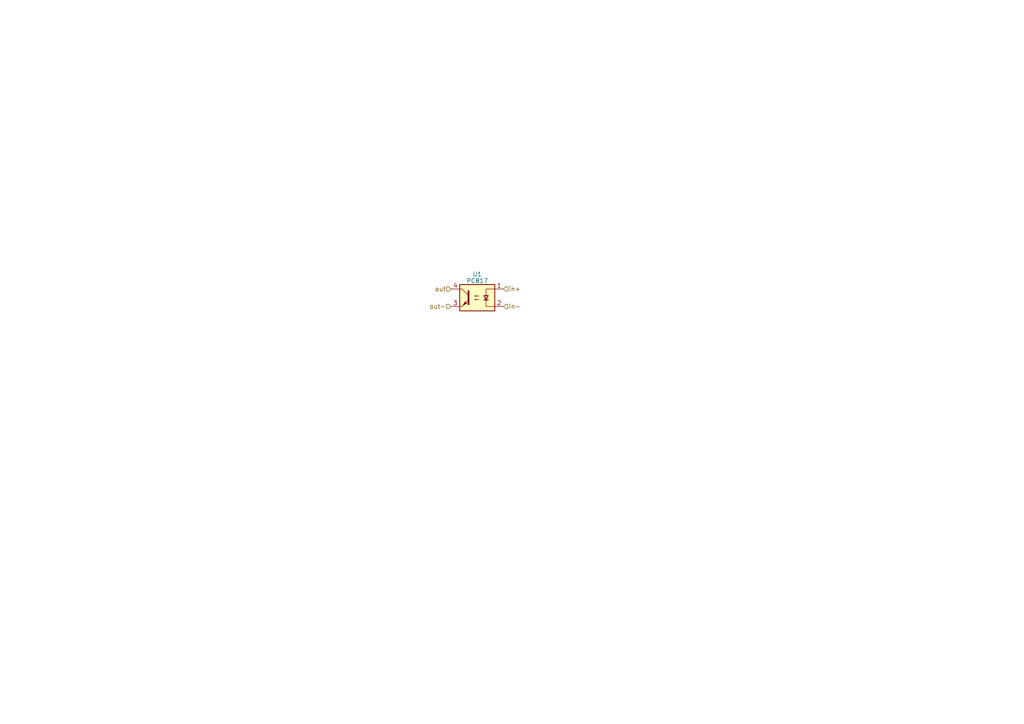
<source format=kicad_sch>
(kicad_sch (version 20230121) (generator eeschema)
  (paper "A4")
  (lib_symbols
    (symbol "Isolator:PC817" (pin_names (offset 1.016))
      (property "Reference" "U" (at -5.08 5.08 0))
      (property "Value" "PC817" (at 0 5.08 0))
      (symbol "PC817_0_1"
        (rectangle (start -5.08 3.81) (end 5.08 -3.81) (stroke (width 0.254)) (fill (type background)))
        (polyline (pts (xy -3.175 -0.635) (xy -1.905 -0.635)) (stroke (width 0.254)))
        (polyline (pts (xy 2.54 0.635) (xy 4.445 2.54)))
        (polyline (pts (xy 4.445 -2.54) (xy 2.54 -0.635)) (fill (type outline)))
        (polyline (pts (xy 4.445 -2.54) (xy 5.08 -2.54)))
        (polyline (pts (xy 4.445 2.54) (xy 5.08 2.54)))
        (polyline (pts (xy -5.08 2.54) (xy -2.54 2.54) (xy -2.54 -0.635)))
        (polyline (pts (xy -2.54 -0.635) (xy -2.54 -2.54) (xy -5.08 -2.54)))
        (polyline (pts (xy 2.54 1.905) (xy 2.54 -1.905) (xy 2.54 -1.905)) (stroke (width 0.508)))
        (polyline (pts (xy -2.54 -0.635) (xy -3.175 0.635) (xy -1.905 0.635) (xy -2.54 -0.635)) (stroke (width 0.254)))
        (polyline (pts (xy -0.508 -0.508) (xy 0.762 -0.508) (xy 0.381 -0.635) (xy 0.381 -0.381) (xy 0.762 -0.508)))
        (polyline (pts (xy -0.508 0.508) (xy 0.762 0.508) (xy 0.381 0.381) (xy 0.381 0.635) (xy 0.762 0.508)))
        (polyline (pts (xy 3.048 -1.651) (xy 3.556 -1.143) (xy 4.064 -2.159) (xy 3.048 -1.651) (xy 3.048 -1.651)) (fill (type outline)))
      )
      (symbol "PC817_1_1"
        (pin passive line (at -7.62 2.54 0) (length 2.54) (name "~") (number "1"))
        (pin passive line (at -7.62 -2.54 0) (length 2.54) (name "~") (number "2"))
        (pin passive line (at 7.62 -2.54 180) (length 2.54) (name "~") (number "3"))
        (pin passive line (at 7.62 2.54 180) (length 2.54) (name "~") (number "4"))
      )
    )
  )
  (hierarchical_label "in+" (shape input) (at 146.05 83.82 0))
  (hierarchical_label "in-" (shape input) (at 146.05 88.9 0))
  (hierarchical_label "out" (shape input) (at 130.81 83.82 180))
  (hierarchical_label "out-" (shape input) (at 130.81 88.9 180))
  (symbol (lib_id "Isolator:PC817") (at 138.43 86.36 0) (mirror y) (unit 1)
    (property "Reference" "U1" (at 138.43 79.5401 0))
    (property "Value" "PC817" (at 138.43 81.4611 0))
    (property "Footprint" "Package_DIP:DIP-4_W7.62mm" (effects hide))
    (property "Datasheet" "http://www.soselectronic.cz/a_info/resource/d/pc817.pdf" (effects hide))
    (instances (project "rollo control" (path "" (reference "U1") (unit 1)) (path "" (reference "U1") (unit 1)) (path "" (reference "U2") (unit 1))))
  )
)
</source>
